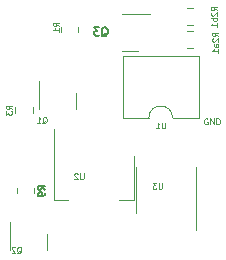
<source format=gbo>
G04 #@! TF.GenerationSoftware,KiCad,Pcbnew,(6.0.11)*
G04 #@! TF.CreationDate,2025-06-06T09:56:58+01:00*
G04 #@! TF.ProjectId,PCB_Dongle_Linky,5043425f-446f-46e6-976c-655f4c696e6b,rev?*
G04 #@! TF.SameCoordinates,Original*
G04 #@! TF.FileFunction,Legend,Bot*
G04 #@! TF.FilePolarity,Positive*
%FSLAX46Y46*%
G04 Gerber Fmt 4.6, Leading zero omitted, Abs format (unit mm)*
G04 Created by KiCad (PCBNEW (6.0.11)) date 2025-06-06 09:56:58*
%MOMM*%
%LPD*%
G01*
G04 APERTURE LIST*
%ADD10C,0.125000*%
%ADD11C,0.100000*%
%ADD12C,0.150000*%
%ADD13C,0.120000*%
G04 APERTURE END LIST*
D10*
X38219047Y-115300000D02*
X38171428Y-115276190D01*
X38100000Y-115276190D01*
X38028571Y-115300000D01*
X37980952Y-115347619D01*
X37957142Y-115395238D01*
X37933333Y-115490476D01*
X37933333Y-115561904D01*
X37957142Y-115657142D01*
X37980952Y-115704761D01*
X38028571Y-115752380D01*
X38100000Y-115776190D01*
X38147619Y-115776190D01*
X38219047Y-115752380D01*
X38242857Y-115728571D01*
X38242857Y-115561904D01*
X38147619Y-115561904D01*
X38457142Y-115776190D02*
X38457142Y-115276190D01*
X38742857Y-115776190D01*
X38742857Y-115276190D01*
X38980952Y-115776190D02*
X38980952Y-115276190D01*
X39100000Y-115276190D01*
X39171428Y-115300000D01*
X39219047Y-115347619D01*
X39242857Y-115395238D01*
X39266666Y-115490476D01*
X39266666Y-115561904D01*
X39242857Y-115657142D01*
X39219047Y-115704761D01*
X39171428Y-115752380D01*
X39100000Y-115776190D01*
X38980952Y-115776190D01*
G04 #@! TO.C,U1*
X34645952Y-115626190D02*
X34645952Y-116030952D01*
X34622142Y-116078571D01*
X34598333Y-116102380D01*
X34550714Y-116126190D01*
X34455476Y-116126190D01*
X34407857Y-116102380D01*
X34384047Y-116078571D01*
X34360238Y-116030952D01*
X34360238Y-115626190D01*
X33860238Y-116126190D02*
X34145952Y-116126190D01*
X34003095Y-116126190D02*
X34003095Y-115626190D01*
X34050714Y-115697619D01*
X34098333Y-115745238D01*
X34145952Y-115769047D01*
D11*
G04 #@! TO.C,R2b1*
X39026190Y-106102380D02*
X38788095Y-105935714D01*
X39026190Y-105816666D02*
X38526190Y-105816666D01*
X38526190Y-106007142D01*
X38550000Y-106054761D01*
X38573809Y-106078571D01*
X38621428Y-106102380D01*
X38692857Y-106102380D01*
X38740476Y-106078571D01*
X38764285Y-106054761D01*
X38788095Y-106007142D01*
X38788095Y-105816666D01*
X38573809Y-106292857D02*
X38550000Y-106316666D01*
X38526190Y-106364285D01*
X38526190Y-106483333D01*
X38550000Y-106530952D01*
X38573809Y-106554761D01*
X38621428Y-106578571D01*
X38669047Y-106578571D01*
X38740476Y-106554761D01*
X39026190Y-106269047D01*
X39026190Y-106578571D01*
X39026190Y-106792857D02*
X38526190Y-106792857D01*
X38716666Y-106792857D02*
X38692857Y-106840476D01*
X38692857Y-106935714D01*
X38716666Y-106983333D01*
X38740476Y-107007142D01*
X38788095Y-107030952D01*
X38930952Y-107030952D01*
X38978571Y-107007142D01*
X39002380Y-106983333D01*
X39026190Y-106935714D01*
X39026190Y-106840476D01*
X39002380Y-106792857D01*
X39026190Y-107507142D02*
X39026190Y-107221428D01*
X39026190Y-107364285D02*
X38526190Y-107364285D01*
X38597619Y-107316666D01*
X38645238Y-107269047D01*
X38669047Y-107221428D01*
D12*
G04 #@! TO.C,R9*
X24471428Y-121300000D02*
X24185714Y-121100000D01*
X24471428Y-120957142D02*
X23871428Y-120957142D01*
X23871428Y-121185714D01*
X23900000Y-121242857D01*
X23928571Y-121271428D01*
X23985714Y-121300000D01*
X24071428Y-121300000D01*
X24128571Y-121271428D01*
X24157142Y-121242857D01*
X24185714Y-121185714D01*
X24185714Y-120957142D01*
X24471428Y-121585714D02*
X24471428Y-121700000D01*
X24442857Y-121757142D01*
X24414285Y-121785714D01*
X24328571Y-121842857D01*
X24214285Y-121871428D01*
X23985714Y-121871428D01*
X23928571Y-121842857D01*
X23900000Y-121814285D01*
X23871428Y-121757142D01*
X23871428Y-121642857D01*
X23900000Y-121585714D01*
X23928571Y-121557142D01*
X23985714Y-121528571D01*
X24128571Y-121528571D01*
X24185714Y-121557142D01*
X24214285Y-121585714D01*
X24242857Y-121642857D01*
X24242857Y-121757142D01*
X24214285Y-121814285D01*
X24185714Y-121842857D01*
X24128571Y-121871428D01*
D10*
G04 #@! TO.C,Q2*
X22097619Y-126673809D02*
X22145238Y-126650000D01*
X22192857Y-126602380D01*
X22264285Y-126530952D01*
X22311904Y-126507142D01*
X22359523Y-126507142D01*
X22335714Y-126626190D02*
X22383333Y-126602380D01*
X22430952Y-126554761D01*
X22454761Y-126459523D01*
X22454761Y-126292857D01*
X22430952Y-126197619D01*
X22383333Y-126150000D01*
X22335714Y-126126190D01*
X22240476Y-126126190D01*
X22192857Y-126150000D01*
X22145238Y-126197619D01*
X22121428Y-126292857D01*
X22121428Y-126459523D01*
X22145238Y-126554761D01*
X22192857Y-126602380D01*
X22240476Y-126626190D01*
X22335714Y-126626190D01*
X21930952Y-126173809D02*
X21907142Y-126150000D01*
X21859523Y-126126190D01*
X21740476Y-126126190D01*
X21692857Y-126150000D01*
X21669047Y-126173809D01*
X21645238Y-126221428D01*
X21645238Y-126269047D01*
X21669047Y-126340476D01*
X21954761Y-126626190D01*
X21645238Y-126626190D01*
G04 #@! TO.C,R1*
X25676190Y-107466666D02*
X25438095Y-107300000D01*
X25676190Y-107180952D02*
X25176190Y-107180952D01*
X25176190Y-107371428D01*
X25200000Y-107419047D01*
X25223809Y-107442857D01*
X25271428Y-107466666D01*
X25342857Y-107466666D01*
X25390476Y-107442857D01*
X25414285Y-107419047D01*
X25438095Y-107371428D01*
X25438095Y-107180952D01*
X25676190Y-107942857D02*
X25676190Y-107657142D01*
X25676190Y-107800000D02*
X25176190Y-107800000D01*
X25247619Y-107752380D01*
X25295238Y-107704761D01*
X25319047Y-107657142D01*
G04 #@! TO.C,U2*
X27730952Y-119926190D02*
X27730952Y-120330952D01*
X27707142Y-120378571D01*
X27683333Y-120402380D01*
X27635714Y-120426190D01*
X27540476Y-120426190D01*
X27492857Y-120402380D01*
X27469047Y-120378571D01*
X27445238Y-120330952D01*
X27445238Y-119926190D01*
X27230952Y-119973809D02*
X27207142Y-119950000D01*
X27159523Y-119926190D01*
X27040476Y-119926190D01*
X26992857Y-119950000D01*
X26969047Y-119973809D01*
X26945238Y-120021428D01*
X26945238Y-120069047D01*
X26969047Y-120140476D01*
X27254761Y-120426190D01*
X26945238Y-120426190D01*
G04 #@! TO.C,Q1*
X24247619Y-115686309D02*
X24295238Y-115662500D01*
X24342857Y-115614880D01*
X24414285Y-115543452D01*
X24461904Y-115519642D01*
X24509523Y-115519642D01*
X24485714Y-115638690D02*
X24533333Y-115614880D01*
X24580952Y-115567261D01*
X24604761Y-115472023D01*
X24604761Y-115305357D01*
X24580952Y-115210119D01*
X24533333Y-115162500D01*
X24485714Y-115138690D01*
X24390476Y-115138690D01*
X24342857Y-115162500D01*
X24295238Y-115210119D01*
X24271428Y-115305357D01*
X24271428Y-115472023D01*
X24295238Y-115567261D01*
X24342857Y-115614880D01*
X24390476Y-115638690D01*
X24485714Y-115638690D01*
X23795238Y-115638690D02*
X24080952Y-115638690D01*
X23938095Y-115638690D02*
X23938095Y-115138690D01*
X23985714Y-115210119D01*
X24033333Y-115257738D01*
X24080952Y-115281547D01*
D12*
G04 #@! TO.C,Q3*
X29266666Y-108333333D02*
X29333333Y-108300000D01*
X29400000Y-108233333D01*
X29500000Y-108133333D01*
X29566666Y-108100000D01*
X29633333Y-108100000D01*
X29600000Y-108266666D02*
X29666666Y-108233333D01*
X29733333Y-108166666D01*
X29766666Y-108033333D01*
X29766666Y-107800000D01*
X29733333Y-107666666D01*
X29666666Y-107600000D01*
X29600000Y-107566666D01*
X29466666Y-107566666D01*
X29400000Y-107600000D01*
X29333333Y-107666666D01*
X29300000Y-107800000D01*
X29300000Y-108033333D01*
X29333333Y-108166666D01*
X29400000Y-108233333D01*
X29466666Y-108266666D01*
X29600000Y-108266666D01*
X29066666Y-107566666D02*
X28633333Y-107566666D01*
X28866666Y-107833333D01*
X28766666Y-107833333D01*
X28700000Y-107866666D01*
X28666666Y-107900000D01*
X28633333Y-107966666D01*
X28633333Y-108133333D01*
X28666666Y-108200000D01*
X28700000Y-108233333D01*
X28766666Y-108266666D01*
X28966666Y-108266666D01*
X29033333Y-108233333D01*
X29066666Y-108200000D01*
D10*
G04 #@! TO.C,R3*
X21676190Y-114479166D02*
X21438095Y-114312500D01*
X21676190Y-114193452D02*
X21176190Y-114193452D01*
X21176190Y-114383928D01*
X21200000Y-114431547D01*
X21223809Y-114455357D01*
X21271428Y-114479166D01*
X21342857Y-114479166D01*
X21390476Y-114455357D01*
X21414285Y-114431547D01*
X21438095Y-114383928D01*
X21438095Y-114193452D01*
X21176190Y-114645833D02*
X21176190Y-114955357D01*
X21366666Y-114788690D01*
X21366666Y-114860119D01*
X21390476Y-114907738D01*
X21414285Y-114931547D01*
X21461904Y-114955357D01*
X21580952Y-114955357D01*
X21628571Y-114931547D01*
X21652380Y-114907738D01*
X21676190Y-114860119D01*
X21676190Y-114717261D01*
X21652380Y-114669642D01*
X21628571Y-114645833D01*
D11*
G04 #@! TO.C,R2a1*
X39126190Y-108302380D02*
X38888095Y-108135714D01*
X39126190Y-108016666D02*
X38626190Y-108016666D01*
X38626190Y-108207142D01*
X38650000Y-108254761D01*
X38673809Y-108278571D01*
X38721428Y-108302380D01*
X38792857Y-108302380D01*
X38840476Y-108278571D01*
X38864285Y-108254761D01*
X38888095Y-108207142D01*
X38888095Y-108016666D01*
X38673809Y-108492857D02*
X38650000Y-108516666D01*
X38626190Y-108564285D01*
X38626190Y-108683333D01*
X38650000Y-108730952D01*
X38673809Y-108754761D01*
X38721428Y-108778571D01*
X38769047Y-108778571D01*
X38840476Y-108754761D01*
X39126190Y-108469047D01*
X39126190Y-108778571D01*
X39126190Y-109207142D02*
X38864285Y-109207142D01*
X38816666Y-109183333D01*
X38792857Y-109135714D01*
X38792857Y-109040476D01*
X38816666Y-108992857D01*
X39102380Y-109207142D02*
X39126190Y-109159523D01*
X39126190Y-109040476D01*
X39102380Y-108992857D01*
X39054761Y-108969047D01*
X39007142Y-108969047D01*
X38959523Y-108992857D01*
X38935714Y-109040476D01*
X38935714Y-109159523D01*
X38911904Y-109207142D01*
X39126190Y-109707142D02*
X39126190Y-109421428D01*
X39126190Y-109564285D02*
X38626190Y-109564285D01*
X38697619Y-109516666D01*
X38745238Y-109469047D01*
X38769047Y-109421428D01*
D10*
G04 #@! TO.C,U3*
X34365952Y-120751190D02*
X34365952Y-121155952D01*
X34342142Y-121203571D01*
X34318333Y-121227380D01*
X34270714Y-121251190D01*
X34175476Y-121251190D01*
X34127857Y-121227380D01*
X34104047Y-121203571D01*
X34080238Y-121155952D01*
X34080238Y-120751190D01*
X33889761Y-120751190D02*
X33580238Y-120751190D01*
X33746904Y-120941666D01*
X33675476Y-120941666D01*
X33627857Y-120965476D01*
X33604047Y-120989285D01*
X33580238Y-121036904D01*
X33580238Y-121155952D01*
X33604047Y-121203571D01*
X33627857Y-121227380D01*
X33675476Y-121251190D01*
X33818333Y-121251190D01*
X33865952Y-121227380D01*
X33889761Y-121203571D01*
D13*
G04 #@! TO.C,U1*
X31030000Y-110020000D02*
X37500000Y-110020000D01*
X37500000Y-115220000D02*
X35265000Y-115220000D01*
X37500000Y-110020000D02*
X37500000Y-115220000D01*
X33265000Y-115220000D02*
X31030000Y-115220000D01*
X31030000Y-115220000D02*
X31030000Y-110020000D01*
X35265000Y-115220000D02*
G75*
G03*
X33265000Y-115220000I-1000000J0D01*
G01*
G04 #@! TO.C,R2b1*
X36522936Y-107385000D02*
X36977064Y-107385000D01*
X36522936Y-105915000D02*
X36977064Y-105915000D01*
G04 #@! TO.C,R9*
X23535000Y-121627064D02*
X23535000Y-121172936D01*
X22065000Y-121627064D02*
X22065000Y-121172936D01*
G04 #@! TO.C,Q2*
X21490000Y-125737500D02*
X21490000Y-126387500D01*
X24610000Y-125737500D02*
X24610000Y-125087500D01*
X24610000Y-125737500D02*
X24610000Y-126387500D01*
X21490000Y-125737500D02*
X21490000Y-124062500D01*
G04 #@! TO.C,R1*
X27300000Y-107522936D02*
X27300000Y-107977064D01*
X25830000Y-107522936D02*
X25830000Y-107977064D01*
G04 #@! TO.C,U2*
X25190000Y-116200000D02*
X25190000Y-122210000D01*
X32010000Y-118450000D02*
X32010000Y-122210000D01*
X25190000Y-122210000D02*
X26450000Y-122210000D01*
X32010000Y-122210000D02*
X30750000Y-122210000D01*
G04 #@! TO.C,Q1*
X27110000Y-113800000D02*
X27110000Y-114450000D01*
X23990000Y-113800000D02*
X23990000Y-112125000D01*
X23990000Y-113800000D02*
X23990000Y-114450000D01*
X27110000Y-113800000D02*
X27110000Y-113150000D01*
G04 #@! TO.C,Q3*
X31650000Y-109560000D02*
X32300000Y-109560000D01*
X31650000Y-106440000D02*
X33325000Y-106440000D01*
X31650000Y-109560000D02*
X31000000Y-109560000D01*
X31650000Y-106440000D02*
X31000000Y-106440000D01*
G04 #@! TO.C,R3*
X23435000Y-114335436D02*
X23435000Y-114789564D01*
X21965000Y-114335436D02*
X21965000Y-114789564D01*
G04 #@! TO.C,R2a1*
X36522936Y-109335000D02*
X36977064Y-109335000D01*
X36522936Y-107865000D02*
X36977064Y-107865000D01*
G04 #@! TO.C,U3*
X37260000Y-121300000D02*
X37260000Y-119350000D01*
X37260000Y-121300000D02*
X37260000Y-124750000D01*
X32140000Y-121300000D02*
X32140000Y-123250000D01*
X32140000Y-121300000D02*
X32140000Y-119350000D01*
G04 #@! TD*
M02*

</source>
